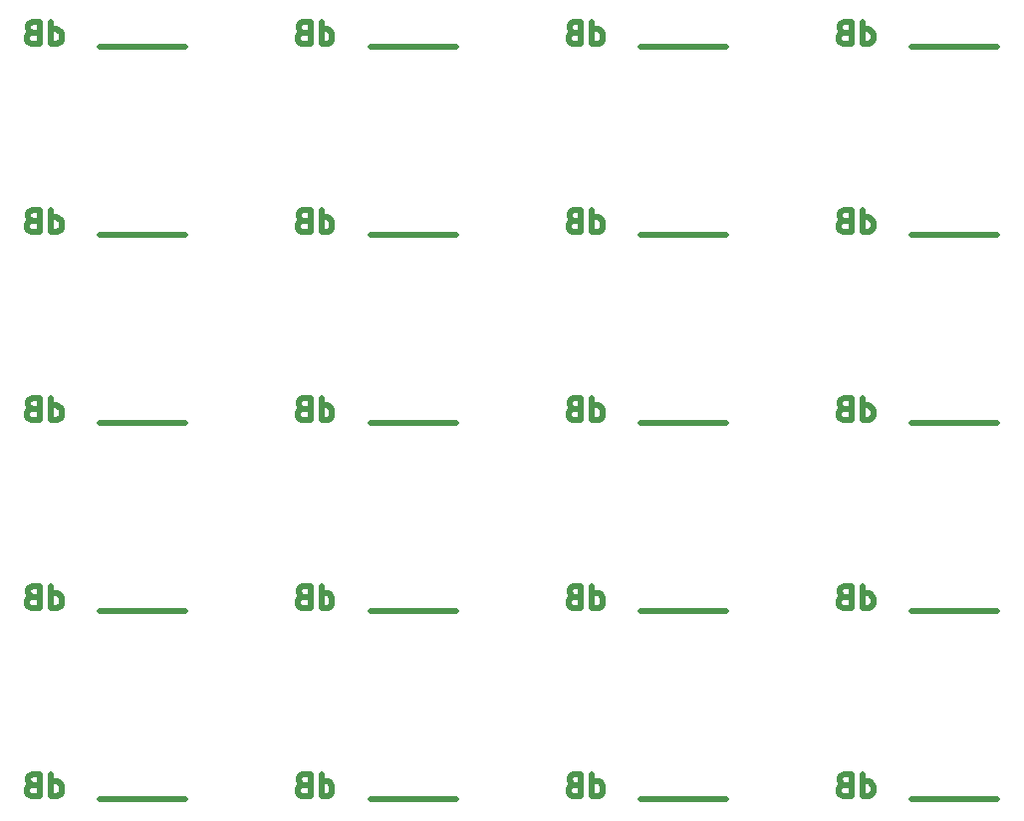
<source format=gbo>
%MOIN*%
%OFA0B0*%
%FSLAX46Y46*%
%IPPOS*%
%LPD*%
%ADD10C,0.018750000000000003*%
%ADD21C,0.018750000000000003*%
%ADD22C,0.018750000000000003*%
%ADD23C,0.018750000000000003*%
%ADD24C,0.018750000000000003*%
%ADD25C,0.018750000000000003*%
%ADD26C,0.018750000000000003*%
%ADD27C,0.018750000000000003*%
%ADD28C,0.018750000000000003*%
%ADD29C,0.018750000000000003*%
%ADD30C,0.018750000000000003*%
%ADD31C,0.018750000000000003*%
%ADD32C,0.018750000000000003*%
%ADD33C,0.018750000000000003*%
%ADD34C,0.018750000000000003*%
%ADD35C,0.018750000000000003*%
%ADD36C,0.018750000000000003*%
%ADD37C,0.018750000000000003*%
%ADD38C,0.018750000000000003*%
%ADD39C,0.018750000000000003*%
G01*
D10*
X0000669066Y0000240621D02*
X0000611923Y0000240621D01*
X0000611923Y0000240621D02*
X0000554780Y0000240621D01*
X0000554780Y0000240621D02*
X0000497637Y0000240621D01*
X0000497637Y0000240621D02*
X0000440494Y0000240621D01*
X0000440494Y0000240621D02*
X0000383352Y0000240621D01*
X0000219066Y0000247764D02*
X0000219066Y0000322764D01*
X0000219066Y0000251335D02*
X0000226209Y0000247764D01*
X0000240494Y0000247764D01*
X0000247637Y0000251335D01*
X0000251209Y0000254907D01*
X0000254780Y0000262050D01*
X0000254780Y0000283478D01*
X0000251209Y0000290621D01*
X0000247637Y0000294192D01*
X0000240494Y0000297764D01*
X0000226209Y0000297764D01*
X0000219066Y0000294192D01*
X0000158352Y0000287050D02*
X0000147637Y0000283478D01*
X0000144066Y0000279907D01*
X0000140494Y0000272764D01*
X0000140494Y0000262050D01*
X0000144066Y0000254907D01*
X0000147637Y0000251335D01*
X0000154780Y0000247764D01*
X0000183352Y0000247764D01*
X0000183352Y0000322764D01*
X0000158352Y0000322764D01*
X0000151209Y0000319192D01*
X0000147637Y0000315621D01*
X0000144066Y0000308478D01*
X0000144066Y0000301335D01*
X0000147637Y0000294192D01*
X0000151209Y0000290621D01*
X0000158352Y0000287050D01*
X0000183352Y0000287050D01*
G04 next file*
G04 Gerber Fmt 4.6, Leading zero omitted, Abs format (unit mm)*
G04 Created by KiCad (PCBNEW (5.1.10)-1) date 2021-09-17 13:17:29*
G01*
G04 APERTURE LIST*
G04 APERTURE END LIST*
D21*
X0000669066Y0000870542D02*
X0000611923Y0000870542D01*
X0000611923Y0000870542D02*
X0000554780Y0000870542D01*
X0000554780Y0000870542D02*
X0000497637Y0000870542D01*
X0000497637Y0000870542D02*
X0000440494Y0000870542D01*
X0000440494Y0000870542D02*
X0000383352Y0000870542D01*
X0000219066Y0000877685D02*
X0000219066Y0000952685D01*
X0000219066Y0000881257D02*
X0000226209Y0000877685D01*
X0000240494Y0000877685D01*
X0000247637Y0000881257D01*
X0000251209Y0000884828D01*
X0000254780Y0000891971D01*
X0000254780Y0000913399D01*
X0000251209Y0000920542D01*
X0000247637Y0000924114D01*
X0000240494Y0000927685D01*
X0000226209Y0000927685D01*
X0000219066Y0000924114D01*
X0000158352Y0000916971D02*
X0000147637Y0000913399D01*
X0000144066Y0000909828D01*
X0000140494Y0000902685D01*
X0000140494Y0000891971D01*
X0000144066Y0000884828D01*
X0000147637Y0000881257D01*
X0000154780Y0000877685D01*
X0000183352Y0000877685D01*
X0000183352Y0000952685D01*
X0000158352Y0000952685D01*
X0000151209Y0000949114D01*
X0000147637Y0000945542D01*
X0000144066Y0000938399D01*
X0000144066Y0000931257D01*
X0000147637Y0000924114D01*
X0000151209Y0000920542D01*
X0000158352Y0000916971D01*
X0000183352Y0000916971D01*
G04 next file*
G04 Gerber Fmt 4.6, Leading zero omitted, Abs format (unit mm)*
G04 Created by KiCad (PCBNEW (5.1.10)-1) date 2021-09-17 13:17:29*
G01*
G04 APERTURE LIST*
G04 APERTURE END LIST*
D22*
X0000669066Y0001500463D02*
X0000611923Y0001500463D01*
X0000611923Y0001500463D02*
X0000554780Y0001500463D01*
X0000554780Y0001500463D02*
X0000497637Y0001500463D01*
X0000497637Y0001500463D02*
X0000440494Y0001500463D01*
X0000440494Y0001500463D02*
X0000383352Y0001500463D01*
X0000219066Y0001507606D02*
X0000219066Y0001582606D01*
X0000219066Y0001511178D02*
X0000226209Y0001507606D01*
X0000240494Y0001507606D01*
X0000247637Y0001511178D01*
X0000251209Y0001514749D01*
X0000254780Y0001521892D01*
X0000254780Y0001543321D01*
X0000251209Y0001550464D01*
X0000247637Y0001554035D01*
X0000240494Y0001557606D01*
X0000226209Y0001557606D01*
X0000219066Y0001554035D01*
X0000158352Y0001546892D02*
X0000147637Y0001543321D01*
X0000144066Y0001539749D01*
X0000140494Y0001532606D01*
X0000140494Y0001521892D01*
X0000144066Y0001514749D01*
X0000147637Y0001511178D01*
X0000154780Y0001507606D01*
X0000183352Y0001507606D01*
X0000183352Y0001582606D01*
X0000158352Y0001582606D01*
X0000151209Y0001579035D01*
X0000147637Y0001575463D01*
X0000144066Y0001568321D01*
X0000144066Y0001561178D01*
X0000147637Y0001554035D01*
X0000151209Y0001550464D01*
X0000158352Y0001546892D01*
X0000183352Y0001546892D01*
G04 next file*
G04 Gerber Fmt 4.6, Leading zero omitted, Abs format (unit mm)*
G04 Created by KiCad (PCBNEW (5.1.10)-1) date 2021-09-17 13:17:29*
G01*
G04 APERTURE LIST*
G04 APERTURE END LIST*
D23*
X0000669066Y0002130385D02*
X0000611923Y0002130385D01*
X0000611923Y0002130385D02*
X0000554780Y0002130385D01*
X0000554780Y0002130385D02*
X0000497637Y0002130385D01*
X0000497637Y0002130385D02*
X0000440494Y0002130385D01*
X0000440494Y0002130385D02*
X0000383352Y0002130385D01*
X0000219066Y0002137528D02*
X0000219066Y0002212528D01*
X0000219066Y0002141099D02*
X0000226209Y0002137528D01*
X0000240494Y0002137528D01*
X0000247637Y0002141099D01*
X0000251209Y0002144670D01*
X0000254780Y0002151813D01*
X0000254780Y0002173242D01*
X0000251209Y0002180385D01*
X0000247637Y0002183956D01*
X0000240494Y0002187528D01*
X0000226209Y0002187528D01*
X0000219066Y0002183956D01*
X0000158352Y0002176813D02*
X0000147637Y0002173242D01*
X0000144066Y0002169670D01*
X0000140494Y0002162528D01*
X0000140494Y0002151813D01*
X0000144066Y0002144670D01*
X0000147637Y0002141099D01*
X0000154780Y0002137528D01*
X0000183352Y0002137528D01*
X0000183352Y0002212528D01*
X0000158352Y0002212528D01*
X0000151209Y0002208956D01*
X0000147637Y0002205385D01*
X0000144066Y0002198242D01*
X0000144066Y0002191099D01*
X0000147637Y0002183956D01*
X0000151209Y0002180385D01*
X0000158352Y0002176813D01*
X0000183352Y0002176813D01*
G04 next file*
G04 Gerber Fmt 4.6, Leading zero omitted, Abs format (unit mm)*
G04 Created by KiCad (PCBNEW (5.1.10)-1) date 2021-09-17 13:17:29*
G01*
G04 APERTURE LIST*
G04 APERTURE END LIST*
D24*
X0000669066Y0002760306D02*
X0000611923Y0002760306D01*
X0000611923Y0002760306D02*
X0000554780Y0002760306D01*
X0000554780Y0002760306D02*
X0000497637Y0002760306D01*
X0000497637Y0002760306D02*
X0000440494Y0002760306D01*
X0000440494Y0002760306D02*
X0000383352Y0002760306D01*
X0000219066Y0002767449D02*
X0000219066Y0002842449D01*
X0000219066Y0002771020D02*
X0000226209Y0002767449D01*
X0000240494Y0002767449D01*
X0000247637Y0002771020D01*
X0000251209Y0002774592D01*
X0000254780Y0002781735D01*
X0000254780Y0002803163D01*
X0000251209Y0002810306D01*
X0000247637Y0002813877D01*
X0000240494Y0002817449D01*
X0000226209Y0002817449D01*
X0000219066Y0002813877D01*
X0000158352Y0002806735D02*
X0000147637Y0002803163D01*
X0000144066Y0002799592D01*
X0000140494Y0002792449D01*
X0000140494Y0002781735D01*
X0000144066Y0002774592D01*
X0000147637Y0002771020D01*
X0000154780Y0002767449D01*
X0000183352Y0002767449D01*
X0000183352Y0002842449D01*
X0000158352Y0002842449D01*
X0000151209Y0002838877D01*
X0000147637Y0002835306D01*
X0000144066Y0002828163D01*
X0000144066Y0002821020D01*
X0000147637Y0002813877D01*
X0000151209Y0002810306D01*
X0000158352Y0002806735D01*
X0000183352Y0002806735D01*
G04 next file*
G04 Gerber Fmt 4.6, Leading zero omitted, Abs format (unit mm)*
G04 Created by KiCad (PCBNEW (5.1.10)-1) date 2021-09-17 13:17:29*
G01*
G04 APERTURE LIST*
G04 APERTURE END LIST*
D25*
X0001574578Y0000240621D02*
X0001517435Y0000240621D01*
X0001517435Y0000240621D02*
X0001460292Y0000240621D01*
X0001460292Y0000240621D02*
X0001403149Y0000240621D01*
X0001403149Y0000240621D02*
X0001346006Y0000240621D01*
X0001346006Y0000240621D02*
X0001288863Y0000240621D01*
X0001124578Y0000247764D02*
X0001124578Y0000322764D01*
X0001124578Y0000251335D02*
X0001131721Y0000247764D01*
X0001146006Y0000247764D01*
X0001153149Y0000251335D01*
X0001156720Y0000254907D01*
X0001160292Y0000262050D01*
X0001160292Y0000283478D01*
X0001156720Y0000290621D01*
X0001153149Y0000294192D01*
X0001146006Y0000297764D01*
X0001131721Y0000297764D01*
X0001124578Y0000294192D01*
X0001063863Y0000287050D02*
X0001053149Y0000283478D01*
X0001049578Y0000279907D01*
X0001046006Y0000272764D01*
X0001046006Y0000262050D01*
X0001049578Y0000254907D01*
X0001053149Y0000251335D01*
X0001060292Y0000247764D01*
X0001088863Y0000247764D01*
X0001088863Y0000322764D01*
X0001063863Y0000322764D01*
X0001056721Y0000319192D01*
X0001053149Y0000315621D01*
X0001049578Y0000308478D01*
X0001049578Y0000301335D01*
X0001053149Y0000294192D01*
X0001056721Y0000290621D01*
X0001063863Y0000287050D01*
X0001088863Y0000287050D01*
G04 next file*
G04 Gerber Fmt 4.6, Leading zero omitted, Abs format (unit mm)*
G04 Created by KiCad (PCBNEW (5.1.10)-1) date 2021-09-17 13:17:29*
G01*
G04 APERTURE LIST*
G04 APERTURE END LIST*
D26*
X0001574578Y0000870542D02*
X0001517435Y0000870542D01*
X0001517435Y0000870542D02*
X0001460292Y0000870542D01*
X0001460292Y0000870542D02*
X0001403149Y0000870542D01*
X0001403149Y0000870542D02*
X0001346006Y0000870542D01*
X0001346006Y0000870542D02*
X0001288863Y0000870542D01*
X0001124578Y0000877685D02*
X0001124578Y0000952685D01*
X0001124578Y0000881257D02*
X0001131721Y0000877685D01*
X0001146006Y0000877685D01*
X0001153149Y0000881257D01*
X0001156720Y0000884828D01*
X0001160292Y0000891971D01*
X0001160292Y0000913399D01*
X0001156720Y0000920542D01*
X0001153149Y0000924114D01*
X0001146006Y0000927685D01*
X0001131721Y0000927685D01*
X0001124578Y0000924114D01*
X0001063863Y0000916971D02*
X0001053149Y0000913399D01*
X0001049578Y0000909828D01*
X0001046006Y0000902685D01*
X0001046006Y0000891971D01*
X0001049578Y0000884828D01*
X0001053149Y0000881257D01*
X0001060292Y0000877685D01*
X0001088863Y0000877685D01*
X0001088863Y0000952685D01*
X0001063863Y0000952685D01*
X0001056721Y0000949114D01*
X0001053149Y0000945542D01*
X0001049578Y0000938399D01*
X0001049578Y0000931257D01*
X0001053149Y0000924114D01*
X0001056721Y0000920542D01*
X0001063863Y0000916971D01*
X0001088863Y0000916971D01*
G04 next file*
G04 Gerber Fmt 4.6, Leading zero omitted, Abs format (unit mm)*
G04 Created by KiCad (PCBNEW (5.1.10)-1) date 2021-09-17 13:17:29*
G01*
G04 APERTURE LIST*
G04 APERTURE END LIST*
D27*
X0001574578Y0001500463D02*
X0001517435Y0001500463D01*
X0001517435Y0001500463D02*
X0001460292Y0001500463D01*
X0001460292Y0001500463D02*
X0001403149Y0001500463D01*
X0001403149Y0001500463D02*
X0001346006Y0001500463D01*
X0001346006Y0001500463D02*
X0001288863Y0001500463D01*
X0001124578Y0001507606D02*
X0001124578Y0001582606D01*
X0001124578Y0001511178D02*
X0001131721Y0001507606D01*
X0001146006Y0001507606D01*
X0001153149Y0001511178D01*
X0001156720Y0001514749D01*
X0001160292Y0001521892D01*
X0001160292Y0001543321D01*
X0001156720Y0001550464D01*
X0001153149Y0001554035D01*
X0001146006Y0001557606D01*
X0001131721Y0001557606D01*
X0001124578Y0001554035D01*
X0001063863Y0001546892D02*
X0001053149Y0001543321D01*
X0001049578Y0001539749D01*
X0001046006Y0001532606D01*
X0001046006Y0001521892D01*
X0001049578Y0001514749D01*
X0001053149Y0001511178D01*
X0001060292Y0001507606D01*
X0001088863Y0001507606D01*
X0001088863Y0001582606D01*
X0001063863Y0001582606D01*
X0001056721Y0001579035D01*
X0001053149Y0001575463D01*
X0001049578Y0001568321D01*
X0001049578Y0001561178D01*
X0001053149Y0001554035D01*
X0001056721Y0001550464D01*
X0001063863Y0001546892D01*
X0001088863Y0001546892D01*
G04 next file*
G04 Gerber Fmt 4.6, Leading zero omitted, Abs format (unit mm)*
G04 Created by KiCad (PCBNEW (5.1.10)-1) date 2021-09-17 13:17:29*
G01*
G04 APERTURE LIST*
G04 APERTURE END LIST*
D28*
X0001574578Y0002130385D02*
X0001517435Y0002130385D01*
X0001517435Y0002130385D02*
X0001460292Y0002130385D01*
X0001460292Y0002130385D02*
X0001403149Y0002130385D01*
X0001403149Y0002130385D02*
X0001346006Y0002130385D01*
X0001346006Y0002130385D02*
X0001288863Y0002130385D01*
X0001124578Y0002137528D02*
X0001124578Y0002212528D01*
X0001124578Y0002141099D02*
X0001131721Y0002137528D01*
X0001146006Y0002137528D01*
X0001153149Y0002141099D01*
X0001156720Y0002144670D01*
X0001160292Y0002151813D01*
X0001160292Y0002173242D01*
X0001156720Y0002180385D01*
X0001153149Y0002183956D01*
X0001146006Y0002187528D01*
X0001131721Y0002187528D01*
X0001124578Y0002183956D01*
X0001063863Y0002176813D02*
X0001053149Y0002173242D01*
X0001049578Y0002169670D01*
X0001046006Y0002162528D01*
X0001046006Y0002151813D01*
X0001049578Y0002144670D01*
X0001053149Y0002141099D01*
X0001060292Y0002137528D01*
X0001088863Y0002137528D01*
X0001088863Y0002212528D01*
X0001063863Y0002212528D01*
X0001056721Y0002208956D01*
X0001053149Y0002205385D01*
X0001049578Y0002198242D01*
X0001049578Y0002191099D01*
X0001053149Y0002183956D01*
X0001056721Y0002180385D01*
X0001063863Y0002176813D01*
X0001088863Y0002176813D01*
G04 next file*
G04 Gerber Fmt 4.6, Leading zero omitted, Abs format (unit mm)*
G04 Created by KiCad (PCBNEW (5.1.10)-1) date 2021-09-17 13:17:29*
G01*
G04 APERTURE LIST*
G04 APERTURE END LIST*
D29*
X0001574578Y0002760306D02*
X0001517435Y0002760306D01*
X0001517435Y0002760306D02*
X0001460292Y0002760306D01*
X0001460292Y0002760306D02*
X0001403149Y0002760306D01*
X0001403149Y0002760306D02*
X0001346006Y0002760306D01*
X0001346006Y0002760306D02*
X0001288863Y0002760306D01*
X0001124578Y0002767449D02*
X0001124578Y0002842449D01*
X0001124578Y0002771020D02*
X0001131721Y0002767449D01*
X0001146006Y0002767449D01*
X0001153149Y0002771020D01*
X0001156720Y0002774592D01*
X0001160292Y0002781735D01*
X0001160292Y0002803163D01*
X0001156720Y0002810306D01*
X0001153149Y0002813877D01*
X0001146006Y0002817449D01*
X0001131721Y0002817449D01*
X0001124578Y0002813877D01*
X0001063863Y0002806735D02*
X0001053149Y0002803163D01*
X0001049578Y0002799592D01*
X0001046006Y0002792449D01*
X0001046006Y0002781735D01*
X0001049578Y0002774592D01*
X0001053149Y0002771020D01*
X0001060292Y0002767449D01*
X0001088863Y0002767449D01*
X0001088863Y0002842449D01*
X0001063863Y0002842449D01*
X0001056721Y0002838877D01*
X0001053149Y0002835306D01*
X0001049578Y0002828163D01*
X0001049578Y0002821020D01*
X0001053149Y0002813877D01*
X0001056721Y0002810306D01*
X0001063863Y0002806735D01*
X0001088863Y0002806735D01*
G04 next file*
G04 Gerber Fmt 4.6, Leading zero omitted, Abs format (unit mm)*
G04 Created by KiCad (PCBNEW (5.1.10)-1) date 2021-09-17 13:17:29*
G01*
G04 APERTURE LIST*
G04 APERTURE END LIST*
D30*
X0002480089Y0000240621D02*
X0002422947Y0000240621D01*
X0002422947Y0000240621D02*
X0002365804Y0000240621D01*
X0002365804Y0000240621D02*
X0002308661Y0000240621D01*
X0002308661Y0000240621D02*
X0002251518Y0000240621D01*
X0002251518Y0000240621D02*
X0002194375Y0000240621D01*
X0002030089Y0000247764D02*
X0002030089Y0000322764D01*
X0002030089Y0000251335D02*
X0002037232Y0000247764D01*
X0002051518Y0000247764D01*
X0002058661Y0000251335D01*
X0002062232Y0000254907D01*
X0002065804Y0000262050D01*
X0002065804Y0000283478D01*
X0002062232Y0000290621D01*
X0002058661Y0000294192D01*
X0002051518Y0000297764D01*
X0002037232Y0000297764D01*
X0002030089Y0000294192D01*
X0001969375Y0000287050D02*
X0001958661Y0000283478D01*
X0001955089Y0000279907D01*
X0001951518Y0000272764D01*
X0001951518Y0000262050D01*
X0001955089Y0000254907D01*
X0001958661Y0000251335D01*
X0001965804Y0000247764D01*
X0001994375Y0000247764D01*
X0001994375Y0000322764D01*
X0001969375Y0000322764D01*
X0001962232Y0000319192D01*
X0001958661Y0000315621D01*
X0001955089Y0000308478D01*
X0001955089Y0000301335D01*
X0001958661Y0000294192D01*
X0001962232Y0000290621D01*
X0001969375Y0000287050D01*
X0001994375Y0000287050D01*
G04 next file*
G04 Gerber Fmt 4.6, Leading zero omitted, Abs format (unit mm)*
G04 Created by KiCad (PCBNEW (5.1.10)-1) date 2021-09-17 13:17:29*
G01*
G04 APERTURE LIST*
G04 APERTURE END LIST*
D31*
X0002480089Y0000870542D02*
X0002422947Y0000870542D01*
X0002422947Y0000870542D02*
X0002365804Y0000870542D01*
X0002365804Y0000870542D02*
X0002308661Y0000870542D01*
X0002308661Y0000870542D02*
X0002251518Y0000870542D01*
X0002251518Y0000870542D02*
X0002194375Y0000870542D01*
X0002030089Y0000877685D02*
X0002030089Y0000952685D01*
X0002030089Y0000881257D02*
X0002037232Y0000877685D01*
X0002051518Y0000877685D01*
X0002058661Y0000881257D01*
X0002062232Y0000884828D01*
X0002065804Y0000891971D01*
X0002065804Y0000913399D01*
X0002062232Y0000920542D01*
X0002058661Y0000924114D01*
X0002051518Y0000927685D01*
X0002037232Y0000927685D01*
X0002030089Y0000924114D01*
X0001969375Y0000916971D02*
X0001958661Y0000913399D01*
X0001955089Y0000909828D01*
X0001951518Y0000902685D01*
X0001951518Y0000891971D01*
X0001955089Y0000884828D01*
X0001958661Y0000881257D01*
X0001965804Y0000877685D01*
X0001994375Y0000877685D01*
X0001994375Y0000952685D01*
X0001969375Y0000952685D01*
X0001962232Y0000949114D01*
X0001958661Y0000945542D01*
X0001955089Y0000938399D01*
X0001955089Y0000931257D01*
X0001958661Y0000924114D01*
X0001962232Y0000920542D01*
X0001969375Y0000916971D01*
X0001994375Y0000916971D01*
G04 next file*
G04 Gerber Fmt 4.6, Leading zero omitted, Abs format (unit mm)*
G04 Created by KiCad (PCBNEW (5.1.10)-1) date 2021-09-17 13:17:29*
G01*
G04 APERTURE LIST*
G04 APERTURE END LIST*
D32*
X0002480089Y0001500463D02*
X0002422947Y0001500463D01*
X0002422947Y0001500463D02*
X0002365804Y0001500463D01*
X0002365804Y0001500463D02*
X0002308661Y0001500463D01*
X0002308661Y0001500463D02*
X0002251518Y0001500463D01*
X0002251518Y0001500463D02*
X0002194375Y0001500463D01*
X0002030089Y0001507606D02*
X0002030089Y0001582606D01*
X0002030089Y0001511178D02*
X0002037232Y0001507606D01*
X0002051518Y0001507606D01*
X0002058661Y0001511178D01*
X0002062232Y0001514749D01*
X0002065804Y0001521892D01*
X0002065804Y0001543321D01*
X0002062232Y0001550464D01*
X0002058661Y0001554035D01*
X0002051518Y0001557606D01*
X0002037232Y0001557606D01*
X0002030089Y0001554035D01*
X0001969375Y0001546892D02*
X0001958661Y0001543321D01*
X0001955089Y0001539749D01*
X0001951518Y0001532606D01*
X0001951518Y0001521892D01*
X0001955089Y0001514749D01*
X0001958661Y0001511178D01*
X0001965804Y0001507606D01*
X0001994375Y0001507606D01*
X0001994375Y0001582606D01*
X0001969375Y0001582606D01*
X0001962232Y0001579035D01*
X0001958661Y0001575463D01*
X0001955089Y0001568321D01*
X0001955089Y0001561178D01*
X0001958661Y0001554035D01*
X0001962232Y0001550464D01*
X0001969375Y0001546892D01*
X0001994375Y0001546892D01*
G04 next file*
G04 Gerber Fmt 4.6, Leading zero omitted, Abs format (unit mm)*
G04 Created by KiCad (PCBNEW (5.1.10)-1) date 2021-09-17 13:17:29*
G01*
G04 APERTURE LIST*
G04 APERTURE END LIST*
D33*
X0002480089Y0002130385D02*
X0002422947Y0002130385D01*
X0002422947Y0002130385D02*
X0002365804Y0002130385D01*
X0002365804Y0002130385D02*
X0002308661Y0002130385D01*
X0002308661Y0002130385D02*
X0002251518Y0002130385D01*
X0002251518Y0002130385D02*
X0002194375Y0002130385D01*
X0002030089Y0002137528D02*
X0002030089Y0002212528D01*
X0002030089Y0002141099D02*
X0002037232Y0002137528D01*
X0002051518Y0002137528D01*
X0002058661Y0002141099D01*
X0002062232Y0002144670D01*
X0002065804Y0002151813D01*
X0002065804Y0002173242D01*
X0002062232Y0002180385D01*
X0002058661Y0002183956D01*
X0002051518Y0002187528D01*
X0002037232Y0002187528D01*
X0002030089Y0002183956D01*
X0001969375Y0002176813D02*
X0001958661Y0002173242D01*
X0001955089Y0002169670D01*
X0001951518Y0002162528D01*
X0001951518Y0002151813D01*
X0001955089Y0002144670D01*
X0001958661Y0002141099D01*
X0001965804Y0002137528D01*
X0001994375Y0002137528D01*
X0001994375Y0002212528D01*
X0001969375Y0002212528D01*
X0001962232Y0002208956D01*
X0001958661Y0002205385D01*
X0001955089Y0002198242D01*
X0001955089Y0002191099D01*
X0001958661Y0002183956D01*
X0001962232Y0002180385D01*
X0001969375Y0002176813D01*
X0001994375Y0002176813D01*
G04 next file*
G04 Gerber Fmt 4.6, Leading zero omitted, Abs format (unit mm)*
G04 Created by KiCad (PCBNEW (5.1.10)-1) date 2021-09-17 13:17:29*
G01*
G04 APERTURE LIST*
G04 APERTURE END LIST*
D34*
X0002480089Y0002760306D02*
X0002422947Y0002760306D01*
X0002422947Y0002760306D02*
X0002365804Y0002760306D01*
X0002365804Y0002760306D02*
X0002308661Y0002760306D01*
X0002308661Y0002760306D02*
X0002251518Y0002760306D01*
X0002251518Y0002760306D02*
X0002194375Y0002760306D01*
X0002030089Y0002767449D02*
X0002030089Y0002842449D01*
X0002030089Y0002771020D02*
X0002037232Y0002767449D01*
X0002051518Y0002767449D01*
X0002058661Y0002771020D01*
X0002062232Y0002774592D01*
X0002065804Y0002781735D01*
X0002065804Y0002803163D01*
X0002062232Y0002810306D01*
X0002058661Y0002813877D01*
X0002051518Y0002817449D01*
X0002037232Y0002817449D01*
X0002030089Y0002813877D01*
X0001969375Y0002806735D02*
X0001958661Y0002803163D01*
X0001955089Y0002799592D01*
X0001951518Y0002792449D01*
X0001951518Y0002781735D01*
X0001955089Y0002774592D01*
X0001958661Y0002771020D01*
X0001965804Y0002767449D01*
X0001994375Y0002767449D01*
X0001994375Y0002842449D01*
X0001969375Y0002842449D01*
X0001962232Y0002838877D01*
X0001958661Y0002835306D01*
X0001955089Y0002828163D01*
X0001955089Y0002821020D01*
X0001958661Y0002813877D01*
X0001962232Y0002810306D01*
X0001969375Y0002806735D01*
X0001994375Y0002806735D01*
G04 next file*
G04 Gerber Fmt 4.6, Leading zero omitted, Abs format (unit mm)*
G04 Created by KiCad (PCBNEW (5.1.10)-1) date 2021-09-17 13:17:29*
G01*
G04 APERTURE LIST*
G04 APERTURE END LIST*
D35*
X0003385601Y0000240621D02*
X0003328458Y0000240621D01*
X0003328458Y0000240621D02*
X0003271316Y0000240621D01*
X0003271316Y0000240621D02*
X0003214173Y0000240621D01*
X0003214173Y0000240621D02*
X0003157030Y0000240621D01*
X0003157030Y0000240621D02*
X0003099887Y0000240621D01*
X0002935601Y0000247764D02*
X0002935601Y0000322764D01*
X0002935601Y0000251335D02*
X0002942744Y0000247764D01*
X0002957030Y0000247764D01*
X0002964173Y0000251335D01*
X0002967744Y0000254907D01*
X0002971316Y0000262050D01*
X0002971316Y0000283478D01*
X0002967744Y0000290621D01*
X0002964173Y0000294192D01*
X0002957030Y0000297764D01*
X0002942744Y0000297764D01*
X0002935601Y0000294192D01*
X0002874887Y0000287050D02*
X0002864173Y0000283478D01*
X0002860601Y0000279907D01*
X0002857030Y0000272764D01*
X0002857030Y0000262050D01*
X0002860601Y0000254907D01*
X0002864173Y0000251335D01*
X0002871316Y0000247764D01*
X0002899887Y0000247764D01*
X0002899887Y0000322764D01*
X0002874887Y0000322764D01*
X0002867744Y0000319192D01*
X0002864173Y0000315621D01*
X0002860601Y0000308478D01*
X0002860601Y0000301335D01*
X0002864173Y0000294192D01*
X0002867744Y0000290621D01*
X0002874887Y0000287050D01*
X0002899887Y0000287050D01*
G04 next file*
G04 Gerber Fmt 4.6, Leading zero omitted, Abs format (unit mm)*
G04 Created by KiCad (PCBNEW (5.1.10)-1) date 2021-09-17 13:17:29*
G01*
G04 APERTURE LIST*
G04 APERTURE END LIST*
D36*
X0003385601Y0000870542D02*
X0003328458Y0000870542D01*
X0003328458Y0000870542D02*
X0003271316Y0000870542D01*
X0003271316Y0000870542D02*
X0003214173Y0000870542D01*
X0003214173Y0000870542D02*
X0003157030Y0000870542D01*
X0003157030Y0000870542D02*
X0003099887Y0000870542D01*
X0002935601Y0000877685D02*
X0002935601Y0000952685D01*
X0002935601Y0000881257D02*
X0002942744Y0000877685D01*
X0002957030Y0000877685D01*
X0002964173Y0000881257D01*
X0002967744Y0000884828D01*
X0002971316Y0000891971D01*
X0002971316Y0000913399D01*
X0002967744Y0000920542D01*
X0002964173Y0000924114D01*
X0002957030Y0000927685D01*
X0002942744Y0000927685D01*
X0002935601Y0000924114D01*
X0002874887Y0000916971D02*
X0002864173Y0000913399D01*
X0002860601Y0000909828D01*
X0002857030Y0000902685D01*
X0002857030Y0000891971D01*
X0002860601Y0000884828D01*
X0002864173Y0000881257D01*
X0002871316Y0000877685D01*
X0002899887Y0000877685D01*
X0002899887Y0000952685D01*
X0002874887Y0000952685D01*
X0002867744Y0000949114D01*
X0002864173Y0000945542D01*
X0002860601Y0000938399D01*
X0002860601Y0000931257D01*
X0002864173Y0000924114D01*
X0002867744Y0000920542D01*
X0002874887Y0000916971D01*
X0002899887Y0000916971D01*
G04 next file*
G04 Gerber Fmt 4.6, Leading zero omitted, Abs format (unit mm)*
G04 Created by KiCad (PCBNEW (5.1.10)-1) date 2021-09-17 13:17:29*
G01*
G04 APERTURE LIST*
G04 APERTURE END LIST*
D37*
X0003385601Y0001500463D02*
X0003328458Y0001500463D01*
X0003328458Y0001500463D02*
X0003271316Y0001500463D01*
X0003271316Y0001500463D02*
X0003214173Y0001500463D01*
X0003214173Y0001500463D02*
X0003157030Y0001500463D01*
X0003157030Y0001500463D02*
X0003099887Y0001500463D01*
X0002935601Y0001507606D02*
X0002935601Y0001582606D01*
X0002935601Y0001511178D02*
X0002942744Y0001507606D01*
X0002957030Y0001507606D01*
X0002964173Y0001511178D01*
X0002967744Y0001514749D01*
X0002971316Y0001521892D01*
X0002971316Y0001543321D01*
X0002967744Y0001550464D01*
X0002964173Y0001554035D01*
X0002957030Y0001557606D01*
X0002942744Y0001557606D01*
X0002935601Y0001554035D01*
X0002874887Y0001546892D02*
X0002864173Y0001543321D01*
X0002860601Y0001539749D01*
X0002857030Y0001532606D01*
X0002857030Y0001521892D01*
X0002860601Y0001514749D01*
X0002864173Y0001511178D01*
X0002871316Y0001507606D01*
X0002899887Y0001507606D01*
X0002899887Y0001582606D01*
X0002874887Y0001582606D01*
X0002867744Y0001579035D01*
X0002864173Y0001575463D01*
X0002860601Y0001568321D01*
X0002860601Y0001561178D01*
X0002864173Y0001554035D01*
X0002867744Y0001550464D01*
X0002874887Y0001546892D01*
X0002899887Y0001546892D01*
G04 next file*
G04 Gerber Fmt 4.6, Leading zero omitted, Abs format (unit mm)*
G04 Created by KiCad (PCBNEW (5.1.10)-1) date 2021-09-17 13:17:29*
G01*
G04 APERTURE LIST*
G04 APERTURE END LIST*
D38*
X0003385601Y0002130385D02*
X0003328458Y0002130385D01*
X0003328458Y0002130385D02*
X0003271316Y0002130385D01*
X0003271316Y0002130385D02*
X0003214173Y0002130385D01*
X0003214173Y0002130385D02*
X0003157030Y0002130385D01*
X0003157030Y0002130385D02*
X0003099887Y0002130385D01*
X0002935601Y0002137528D02*
X0002935601Y0002212528D01*
X0002935601Y0002141099D02*
X0002942744Y0002137528D01*
X0002957030Y0002137528D01*
X0002964173Y0002141099D01*
X0002967744Y0002144670D01*
X0002971316Y0002151813D01*
X0002971316Y0002173242D01*
X0002967744Y0002180385D01*
X0002964173Y0002183956D01*
X0002957030Y0002187528D01*
X0002942744Y0002187528D01*
X0002935601Y0002183956D01*
X0002874887Y0002176813D02*
X0002864173Y0002173242D01*
X0002860601Y0002169670D01*
X0002857030Y0002162528D01*
X0002857030Y0002151813D01*
X0002860601Y0002144670D01*
X0002864173Y0002141099D01*
X0002871316Y0002137528D01*
X0002899887Y0002137528D01*
X0002899887Y0002212528D01*
X0002874887Y0002212528D01*
X0002867744Y0002208956D01*
X0002864173Y0002205385D01*
X0002860601Y0002198242D01*
X0002860601Y0002191099D01*
X0002864173Y0002183956D01*
X0002867744Y0002180385D01*
X0002874887Y0002176813D01*
X0002899887Y0002176813D01*
G04 next file*
G04 Gerber Fmt 4.6, Leading zero omitted, Abs format (unit mm)*
G04 Created by KiCad (PCBNEW (5.1.10)-1) date 2021-09-17 13:17:29*
G01*
G04 APERTURE LIST*
G04 APERTURE END LIST*
D39*
X0003385601Y0002760306D02*
X0003328458Y0002760306D01*
X0003328458Y0002760306D02*
X0003271316Y0002760306D01*
X0003271316Y0002760306D02*
X0003214173Y0002760306D01*
X0003214173Y0002760306D02*
X0003157030Y0002760306D01*
X0003157030Y0002760306D02*
X0003099887Y0002760306D01*
X0002935601Y0002767449D02*
X0002935601Y0002842449D01*
X0002935601Y0002771020D02*
X0002942744Y0002767449D01*
X0002957030Y0002767449D01*
X0002964173Y0002771020D01*
X0002967744Y0002774592D01*
X0002971316Y0002781735D01*
X0002971316Y0002803163D01*
X0002967744Y0002810306D01*
X0002964173Y0002813877D01*
X0002957030Y0002817449D01*
X0002942744Y0002817449D01*
X0002935601Y0002813877D01*
X0002874887Y0002806735D02*
X0002864173Y0002803163D01*
X0002860601Y0002799592D01*
X0002857030Y0002792449D01*
X0002857030Y0002781735D01*
X0002860601Y0002774592D01*
X0002864173Y0002771020D01*
X0002871316Y0002767449D01*
X0002899887Y0002767449D01*
X0002899887Y0002842449D01*
X0002874887Y0002842449D01*
X0002867744Y0002838877D01*
X0002864173Y0002835306D01*
X0002860601Y0002828163D01*
X0002860601Y0002821020D01*
X0002864173Y0002813877D01*
X0002867744Y0002810306D01*
X0002874887Y0002806735D01*
X0002899887Y0002806735D01*
M02*
</source>
